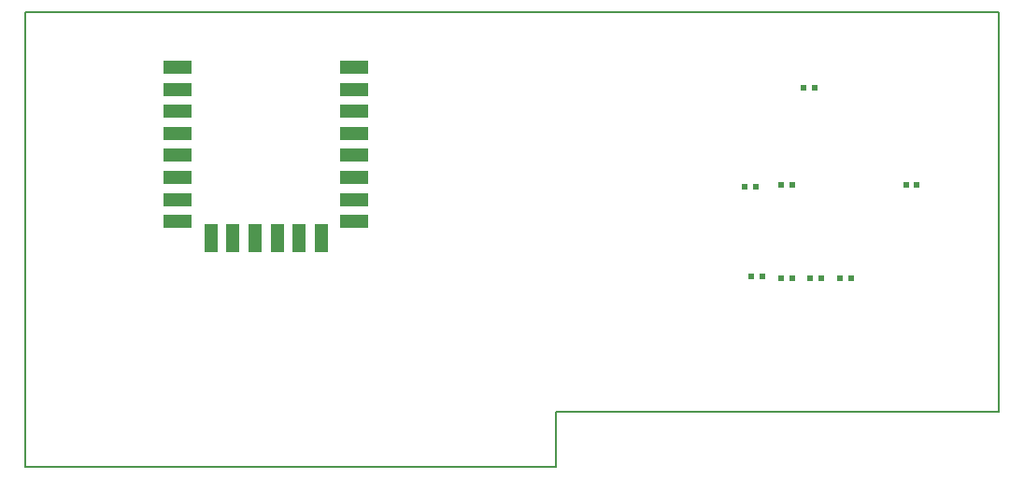
<source format=gbr>
G04 PROTEUS GERBER X2 FILE*
%TF.GenerationSoftware,Labcenter,Proteus,8.6-SP2-Build23525*%
%TF.CreationDate,2019-05-24T14:24:23+00:00*%
%TF.FileFunction,Paste,Top*%
%TF.FilePolarity,Positive*%
%TF.Part,Single*%
%FSLAX45Y45*%
%MOMM*%
G01*
%TA.AperFunction,Material*%
%ADD45R,2.540000X1.270000*%
%ADD46R,1.270000X2.540000*%
%TA.AperFunction,Material*%
%ADD47R,0.558800X0.609600*%
%TA.AperFunction,Profile*%
%ADD25C,0.203200*%
%TD.AperFunction*%
D45*
X-5520000Y+7060000D03*
X-5520000Y+6860000D03*
X-5520000Y+6660000D03*
X-5520000Y+6460000D03*
X-5520000Y+6260000D03*
X-5520000Y+6060000D03*
X-5520000Y+5860000D03*
X-5520000Y+5660000D03*
D46*
X-5220000Y+5510000D03*
X-5020000Y+5510000D03*
X-4820000Y+5510000D03*
X-4620000Y+5510000D03*
X-4420000Y+5510000D03*
X-4220000Y+5510000D03*
D45*
X-3920000Y+5660000D03*
X-3920000Y+5860000D03*
X-3920000Y+6060000D03*
X-3920000Y+6260000D03*
X-3920000Y+6460000D03*
X-3920000Y+6660000D03*
X-3920000Y+6860000D03*
X-3920000Y+7060000D03*
D47*
X-222000Y+5160000D03*
X-322000Y+5160000D03*
X+48000Y+5150000D03*
X-52000Y+5150000D03*
X+308000Y+5150000D03*
X+208000Y+5150000D03*
X-282000Y+5980000D03*
X-382000Y+5980000D03*
X+578000Y+5150000D03*
X+478000Y+5150000D03*
X+1178000Y+5990000D03*
X+1078000Y+5990000D03*
X+48000Y+5990000D03*
X-52000Y+5990000D03*
X+248000Y+6870000D03*
X+148000Y+6870000D03*
D25*
X-6900000Y+7560000D02*
X+1920000Y+7560000D01*
X-6900000Y+7560000D02*
X-6900000Y+3440000D01*
X+1920000Y+7560000D02*
X+1920000Y+3940000D01*
X-6900000Y+3440000D02*
X-2090000Y+3440000D01*
X-2090000Y+3940000D01*
X+1920000Y+3940000D01*
M02*

</source>
